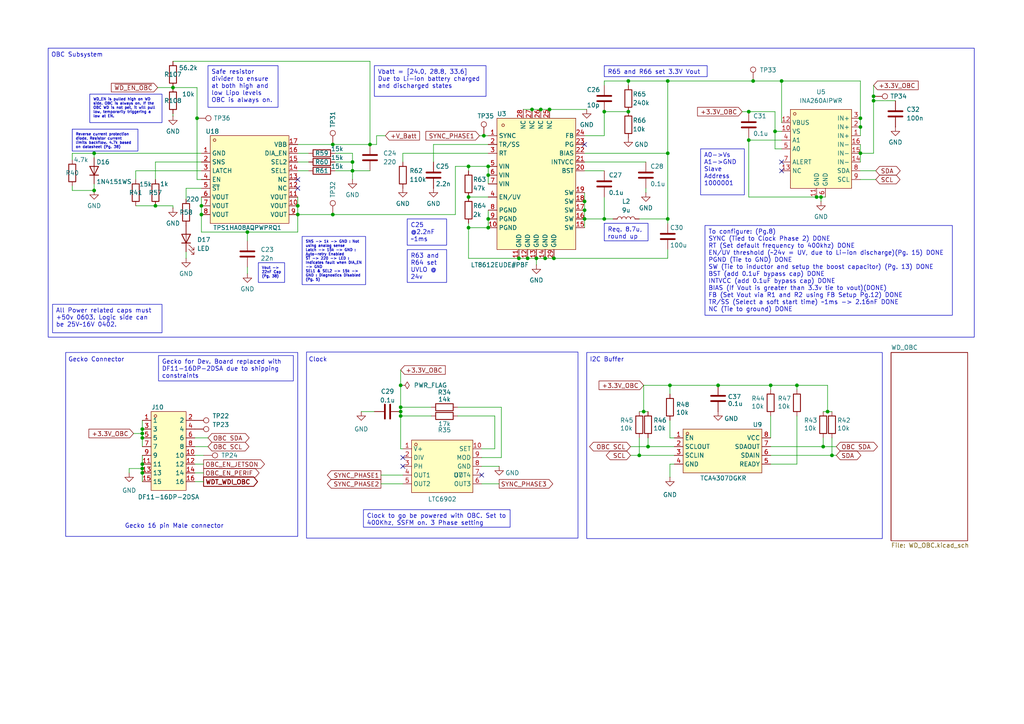
<source format=kicad_sch>
(kicad_sch (version 20250114) (generator "eeschema") (generator_version "9.0")
  (paper "A4")
  (lib_symbols
    (symbol "Connector:TestPoint" (pin_numbers (hide yes)) (pin_names (offset 0.762) (hide yes))
      (property "Reference" "TP" (at 0 6.858 0))
      (property "Value" "TestPoint" (at 0 5.08 0))
      (symbol "TestPoint_0_1"
        (circle (center 0 3.302) (radius 0.762))
      )
      (symbol "TestPoint_1_1"
        (pin passive line (at 0 0 90) (length 2.54) (name "1") (number "1"))
      )
    )
    (symbol "Device:C" (pin_numbers (hide yes)) (pin_names (offset 0.254))
      (property "Reference" "C" (at 0.635 2.54 0))
      (property "Value" "C" (at 0.635 -2.54 0))
      (symbol "C_0_1"
        (polyline (pts (xy -2.032 0.762) (xy 2.032 0.762)) (stroke (width 0.508)))
        (polyline (pts (xy -2.032 -0.762) (xy 2.032 -0.762)) (stroke (width 0.508)))
      )
      (symbol "C_1_1"
        (pin passive line (at 0 3.81 270) (length 2.794) (name "~") (number "1"))
        (pin passive line (at 0 -3.81 90) (length 2.794) (name "~") (number "2"))
      )
    )
    (symbol "Device:L" (pin_numbers (hide yes)) (pin_names (offset 1.016) (hide yes))
      (property "Reference" "L" (at -1.27 0 90))
      (property "Value" "L" (at 1.905 0 90))
      (symbol "L_0_1"
        (arc (start 0 2.54) (mid 0.6323 1.905) (end 0 1.27))
        (arc (start 0 1.27) (mid 0.6323 0.635) (end 0 0))
        (arc (start 0 0) (mid 0.6323 -0.635) (end 0 -1.27))
        (arc (start 0 -1.27) (mid 0.6323 -1.905) (end 0 -2.54))
      )
      (symbol "L_1_1"
        (pin passive line (at 0 3.81 270) (length 1.27) (name "1") (number "1"))
        (pin passive line (at 0 -3.81 90) (length 1.27) (name "2") (number "2"))
      )
    )
    (symbol "Device:LED" (pin_numbers (hide yes)) (pin_names (offset 1.016) (hide yes))
      (property "Reference" "D" (at 0 2.54 0))
      (property "Value" "LED" (at 0 -2.54 0))
      (symbol "LED_0_1"
        (polyline (pts (xy -3.048 -0.762) (xy -4.572 -2.286) (xy -3.81 -2.286) (xy -4.572 -2.286) (xy -4.572 -1.524)))
        (polyline (pts (xy -1.778 -0.762) (xy -3.302 -2.286) (xy -2.54 -2.286) (xy -3.302 -2.286) (xy -3.302 -1.524)))
        (polyline (pts (xy -1.27 0) (xy 1.27 0)))
        (polyline (pts (xy -1.27 -1.27) (xy -1.27 1.27)) (stroke (width 0.254)))
        (polyline (pts (xy 1.27 -1.27) (xy 1.27 1.27) (xy -1.27 0) (xy 1.27 -1.27)) (stroke (width 0.254)))
      )
      (symbol "LED_1_1"
        (pin passive line (at -3.81 0 0) (length 2.54) (name "K") (number "1"))
        (pin passive line (at 3.81 0 180) (length 2.54) (name "A") (number "2"))
      )
    )
    (symbol "Device:R" (pin_numbers (hide yes)) (pin_names (offset 0))
      (property "Reference" "R" (at 2.032 0 90))
      (property "Value" "R" (at 0 0 90))
      (symbol "R_0_1"
        (rectangle (start -1.016 -2.54) (end 1.016 2.54) (stroke (width 0.254)))
      )
      (symbol "R_1_1"
        (pin passive line (at 0 3.81 270) (length 1.27) (name "~") (number "1"))
        (pin passive line (at 0 -3.81 90) (length 1.27) (name "~") (number "2"))
      )
    )
    (symbol "EPS:1N4151WS" (pin_numbers (hide yes)) (pin_names (offset 1.016) (hide yes))
      (property "Reference" "D" (at 0 2.54 0))
      (property "Value" "1N4151WS" (at 0 -2.54 0))
      (symbol "1N4151WS_0_1"
        (polyline (pts (xy -1.27 1.27) (xy -1.27 -1.27)) (stroke (width 0.254)))
        (polyline (pts (xy 1.27 1.27) (xy 1.27 -1.27) (xy -1.27 0) (xy 1.27 1.27)) (stroke (width 0.254)))
        (polyline (pts (xy 1.27 0) (xy -1.27 0)))
      )
      (symbol "1N4151WS_1_1"
        (pin passive line (at -3.81 0 0) (length 2.54) (name "K") (number "1"))
        (pin passive line (at 3.81 0 180) (length 2.54) (name "A") (number "2"))
      )
    )
    (symbol "EPS:DF11-16DP-2DSA(08)"
      (property "Reference" "CN" (at 0 13.97 0))
      (property "Value" "DF11-16DP-2DSA(08)" (at 0 -13.97 0))
      (symbol "DF11-16DP-2DSA(08)_0_1"
        (rectangle (start -5.08 11.43) (end 5.08 -11.43) (fill (type background)))
        (circle (center -3.81 10.16) (radius 0.38))
        (pin unspecified line (at -7.62 8.89 0) (length 2.54) (name "1") (number "1"))
        (pin unspecified line (at -7.62 6.35 0) (length 2.54) (name "3") (number "3"))
        (pin unspecified line (at -7.62 3.81 0) (length 2.54) (name "5") (number "5"))
        (pin unspecified line (at -7.62 1.27 0) (length 2.54) (name "7") (number "7"))
        (pin unspecified line (at -7.62 -1.27 0) (length 2.54) (name "9") (number "9"))
        (pin unspecified line (at -7.62 -3.81 0) (length 2.54) (name "11") (number "11"))
        (pin unspecified line (at -7.62 -6.35 0) (length 2.54) (name "13") (number "13"))
        (pin unspecified line (at -7.62 -8.89 0) (length 2.54) (name "15") (number "15"))
        (pin unspecified line (at 7.62 8.89 180) (length 2.54) (name "2") (number "2"))
        (pin unspecified line (at 7.62 6.35 180) (length 2.54) (name "4") (number "4"))
        (pin unspecified line (at 7.62 3.81 180) (length 2.54) (name "6") (number "6"))
        (pin unspecified line (at 7.62 1.27 180) (length 2.54) (name "8") (number "8"))
        (pin unspecified line (at 7.62 -1.27 180) (length 2.54) (name "10") (number "10"))
        (pin unspecified line (at 7.62 -3.81 180) (length 2.54) (name "12") (number "12"))
        (pin unspecified line (at 7.62 -6.35 180) (length 2.54) (name "14") (number "14"))
        (pin unspecified line (at 7.62 -8.89 180) (length 2.54) (name "16") (number "16"))
      )
    )
    (symbol "EPS:INA260AIPWR"
      (property "Reference" "U" (at 0 13.97 0))
      (property "Value" "INA260AIPWR" (at 8.128 -12.954 0))
      (symbol "INA260AIPWR_0_1"
        (rectangle (start -8.89 11.43) (end 8.89 -11.43) (fill (type background)))
        (circle (center -7.62 10.16) (radius 0.38))
        (pin unspecified line (at -11.43 7.62 0) (length 2.54) (name "VBUS") (number "12"))
        (pin unspecified line (at -11.43 5.08 0) (length 2.54) (name "VS") (number "10"))
        (pin unspecified line (at -11.43 2.54 0) (length 2.54) (name "A1") (number "4"))
        (pin unspecified line (at -11.43 0 0) (length 2.54) (name "A0") (number "5"))
        (pin unspecified line (at -11.43 -3.81 0) (length 2.54) (name "ALERT") (number "7"))
        (pin unspecified line (at -11.43 -6.35 0) (length 2.54) (name "NC") (number "13"))
        (pin unspecified line (at -1.27 -13.97 90) (length 2.54) (name "GND") (number "11"))
        (pin unspecified line (at 1.27 -13.97 90) (length 2.54) (name "GND") (number "6"))
        (pin unspecified line (at 11.43 8.89 180) (length 2.54) (name "IN+") (number "3"))
        (pin unspecified line (at 11.43 6.35 180) (length 2.54) (name "IN+") (number "2"))
        (pin unspecified line (at 11.43 3.81 180) (length 2.54) (name "IN+") (number "1"))
        (pin unspecified line (at 11.43 1.27 180) (length 2.54) (name "IN-") (number "16"))
        (pin unspecified line (at 11.43 -1.27 180) (length 2.54) (name "IN-") (number "15"))
        (pin unspecified line (at 11.43 -3.81 180) (length 2.54) (name "IN-") (number "14"))
        (pin unspecified line (at 11.43 -6.35 180) (length 2.54) (name "SDA") (number "8"))
        (pin unspecified line (at 11.43 -8.89 180) (length 2.54) (name "SCL") (number "9"))
      )
    )
    (symbol "EPS:LT8612EUDE#PBF"
      (property "Reference" "U" (at -1.27 24.13 0))
      (property "Value" "LT8612EUDE#PBF" (at 0 -29.21 0))
      (symbol "LT8612EUDE#PBF_0_1"
        (rectangle (start -11.43 16.51) (end 11.43 -21.59) (fill (type background)))
        (circle (center -9.652 14.478) (radius 0.38))
        (pin unspecified line (at -13.97 11.43 0) (length 2.54) (name "SYNC") (number "1"))
        (pin unspecified line (at -13.97 8.89 0) (length 2.54) (name "TR/SS") (number "2"))
        (pin unspecified line (at -13.97 6.35 0) (length 2.54) (name "RT") (number "3"))
        (pin unspecified line (at -13.97 2.54 0) (length 2.54) (name "VIN") (number "5"))
        (pin unspecified line (at -13.97 0 0) (length 2.54) (name "VIN") (number "6"))
        (pin unspecified line (at -13.97 -2.54 0) (length 2.54) (name "VIN") (number "7"))
        (pin unspecified line (at -13.97 -6.35 0) (length 2.54) (name "EN/UV") (number "4"))
        (pin unspecified line (at -13.97 -10.16 0) (length 2.54) (name "PGND") (number "8"))
        (pin unspecified line (at -13.97 -12.7 0) (length 2.54) (name "PGND") (number "9"))
        (pin unspecified line (at -13.97 -15.24 0) (length 2.54) (name "PGND") (number "10"))
        (pin unspecified line (at -5.08 -24.13 90) (length 2.54) (name "GND") (number "11"))
        (pin unspecified line (at -3.81 19.05 270) (length 2.54) (name "NC") (number "28"))
        (pin unspecified line (at -2.54 -24.13 90) (length 2.54) (name "GND") (number "12"))
        (pin unspecified line (at -1.27 19.05 270) (length 2.54) (name "NC") (number "27"))
        (pin unspecified line (at 0 -24.13 90) (length 2.54) (name "GND") (number "13"))
        (pin unspecified line (at 1.27 19.05 270) (length 2.54) (name "NC") (number "26"))
        (pin unspecified line (at 2.54 -24.13 90) (length 2.54) (name "GND") (number "14"))
        (pin unspecified line (at 3.81 19.05 270) (length 2.54) (name "NC") (number "25"))
        (pin unspecified line (at 5.08 -24.13 90) (length 2.54) (name "GND") (number "29"))
        (pin unspecified line (at 13.97 11.43 180) (length 2.54) (name "FB") (number "24"))
        (pin unspecified line (at 13.97 8.89 180) (length 2.54) (name "PG") (number "23"))
        (pin unspecified line (at 13.97 6.35 180) (length 2.54) (name "BIAS") (number "22"))
        (pin unspecified line (at 13.97 3.81 180) (length 2.54) (name "INTVCC") (number "21"))
        (pin unspecified line (at 13.97 1.27 180) (length 2.54) (name "BST") (number "20"))
        (pin unspecified line (at 13.97 -5.08 180) (length 2.54) (name "SW") (number "19"))
        (pin unspecified line (at 13.97 -7.62 180) (length 2.54) (name "SW") (number "18"))
        (pin unspecified line (at 13.97 -10.16 180) (length 2.54) (name "SW") (number "17"))
        (pin unspecified line (at 13.97 -12.7 180) (length 2.54) (name "SW") (number "16"))
        (pin unspecified line (at 13.97 -15.24 180) (length 2.54) (name "SW") (number "15"))
      )
    )
    (symbol "EPS:LTC6902IMS#TRPBF"
      (property "Reference" "U" (at 0 10.16 0))
      (property "Value" "LTC6902IMS#TRPBF" (at 0 -10.16 0))
      (symbol "LTC6902IMS#TRPBF_0_1"
        (rectangle (start -8.89 7.62) (end 8.89 -7.62) (fill (type background)))
        (circle (center -7.62 6.35) (radius 0.38))
        (pin unspecified line (at -11.43 5.08 0) (length 2.54) (name "V+") (number "1"))
        (pin unspecified line (at -11.43 2.54 0) (length 2.54) (name "DIV") (number "2"))
        (pin unspecified line (at -11.43 0 0) (length 2.54) (name "PH") (number "3"))
        (pin unspecified line (at -11.43 -2.54 0) (length 2.54) (name "OUT1") (number "4"))
        (pin unspecified line (at -11.43 -5.08 0) (length 2.54) (name "OUT2") (number "5"))
        (pin unspecified line (at 11.43 5.08 180) (length 2.54) (name "SET") (number "10"))
        (pin unspecified line (at 11.43 2.54 180) (length 2.54) (name "MOD") (number "9"))
        (pin unspecified line (at 11.43 0 180) (length 2.54) (name "GND") (number "8"))
        (pin unspecified line (at 11.43 -2.54 180) (length 2.54) (name "OUT4") (number "7"))
        (pin unspecified line (at 11.43 -5.08 180) (length 2.54) (name "OUT3") (number "6"))
      )
    )
    (symbol "EPS:TCA4307DGKR"
      (property "Reference" "U" (at 0 8.89 0))
      (property "Value" "TCA4307DGKR" (at 0 -8.89 0))
      (symbol "TCA4307DGKR_0_1"
        (rectangle (start -11.43 6.35) (end 11.43 -6.35) (fill (type background)))
        (circle (center -10.16 5.08) (radius 0.38))
        (pin unspecified line (at -13.97 3.81 0) (length 2.54) (name "EN") (number "1"))
        (pin unspecified line (at -13.97 1.27 0) (length 2.54) (name "SCLOUT") (number "2"))
        (pin unspecified line (at -13.97 -1.27 0) (length 2.54) (name "SCLIN") (number "3"))
        (pin unspecified line (at -13.97 -3.81 0) (length 2.54) (name "GND") (number "4"))
        (pin unspecified line (at 13.97 3.81 180) (length 2.54) (name "VCC") (number "8"))
        (pin unspecified line (at 13.97 1.27 180) (length 2.54) (name "SDAOUT") (number "7"))
        (pin unspecified line (at 13.97 -1.27 180) (length 2.54) (name "SDAIN") (number "6"))
        (pin unspecified line (at 13.97 -3.81 180) (length 2.54) (name "READY") (number "5"))
      )
    )
    (symbol "EPS:TPS1HB08BQPWPRQ1"
      (property "Reference" "U" (at 0 15.24 0))
      (property "Value" "TPS1HB08BQPWPRQ1" (at 0 -15.24 0))
      (symbol "TPS1HB08BQPWPRQ1_0_1"
        (rectangle (start -11.43 12.7) (end 11.43 -12.7) (fill (type background)))
        (circle (center -10.16 11.43) (radius 0.38))
        (pin unspecified line (at -13.97 7.62 0) (length 2.54) (name "GND") (number "1"))
        (pin unspecified line (at -13.97 5.08 0) (length 2.54) (name "SNS") (number "2"))
        (pin unspecified line (at -13.97 2.54 0) (length 2.54) (name "LATCH") (number "3"))
        (pin unspecified line (at -13.97 0 0) (length 2.54) (name "EN") (number "4"))
        (pin unspecified line (at -13.97 -5.08 0) (length 2.54) (name "VOUT") (number "6"))
        (pin unspecified line (at -13.97 -7.62 0) (length 2.54) (name "VOUT") (number "7"))
        (pin unspecified line (at -13.97 -10.16 0) (length 2.54) (name "VOUT") (number "8"))
        (pin unspecified line (at 13.97 10.16 180) (length 2.54) (name "VBB") (number "17"))
        (pin unspecified line (at 13.97 7.62 180) (length 2.54) (name "DIA_EN") (number "16"))
        (pin unspecified line (at 13.97 2.54 180) (length 2.54) (name "SEL1") (number "14"))
        (pin unspecified line (at 13.97 0 180) (length 2.54) (name "NC") (number "13"))
        (pin unspecified line (at 13.97 -2.54 180) (length 2.54) (name "NC") (number "12"))
        (pin unspecified line (at 13.97 -5.08 180) (length 2.54) (name "VOUT") (number "11"))
        (pin unspecified line (at 13.97 -7.62 180) (length 2.54) (name "VOUT") (number "10"))
        (pin unspecified line (at 13.97 -10.16 180) (length 2.54) (name "VOUT") (number "9"))
      )
      (symbol "TPS1HB08BQPWPRQ1_1_1"
        (pin unspecified line (at -13.97 -2.54 0) (length 2.54) (name "~{ST}") (number "5"))
        (pin unspecified line (at 13.97 5.08 180) (length 2.54) (name "SEL2") (number "15"))
      )
    )
    (symbol "power:GND" (power) (pin_numbers (hide yes)) (pin_names (offset 0) (hide yes))
      (property "Value" "GND" (at 0 -3.81 0))
      (symbol "GND_0_1"
        (polyline (pts (xy 0 0) (xy 0 -1.27) (xy 1.27 -1.27) (xy 0 -2.54) (xy -1.27 -1.27) (xy 0 -1.27)))
      )
      (symbol "GND_1_1"
        (pin power_in line (at 0 0 270) (length 0) (name "~") (number "1"))
      )
    )
    (symbol "power:PWR_FLAG" (power) (pin_numbers (hide yes)) (pin_names (offset 0) (hide yes))
      (property "Value" "PWR_FLAG" (at 0 3.81 0))
      (symbol "PWR_FLAG_0_0"
        (pin power_out line (at 0 0 90) (length 0) (name "~") (number "1"))
      )
      (symbol "PWR_FLAG_0_1"
        (polyline (pts (xy 0 0) (xy 0 1.27) (xy -1.016 1.905) (xy 0 2.54) (xy 1.016 1.905) (xy 0 1.27)))
      )
    )
  )
  (rectangle (start 13.97 13.97) (end 282.575 97.79))
  (rectangle (start 88.9 102.108) (end 167.64 156.083))
  (rectangle (start 170.18 102.235) (end 255.905 156.21))
  (rectangle (start 19.05 102.235) (end 86.36 155.575))
  (text "Clock\n" (at 92.202 104.394 0) (effects (font (size 1.27 1.27))))
  (text "OBC Subsystem" (at 22.352 16.002 0) (effects (font (size 1.27 1.27))))
  (text "I2C Buffer" (at 176.022 104.394 0) (effects (font (size 1.27 1.27))))
  (text "Gecko Connector" (at 27.94 104.394 0) (effects (font (size 1.27 1.27))))
  (text "Gecko 16 pin Male connector" (at 50.546 152.654 0) (effects (font (size 1.27 1.27))))
  (text_box "R65 and R66 set 3.3V Vout" (at 175.26 19.05 0) (size 29.845 3.175) (margins 0.9525 0.9525 0.9525 0.9525) (effects (font (size 1.27 1.27)) (justify left top)))
  (text_box "Req. 8.7u, round up" (at 175.26 64.77 0) (size 12.7 5.08) (margins 0.9525 0.9525 0.9525 0.9525) (effects (font (size 1.27 1.27)) (justify left top)))
  (text_box "Reverse current protection diode, Resistor current limits backflow. 4.7k based on datasheet (Pg. 38) " (at 20.955 37.465 0) (size 19.05 6.35) (margins 0.9525 0.9525 0.9525 0.9525) (effects (font (size 0.762 0.762)) (justify left top)))
  (text_box "A0->Vs\nA1->GND\nSlave Address\n1000001" (at 203.2 43.18 0) (size 12.7 13.335) (margins 0.9525 0.9525 0.9525 0.9525) (effects (font (size 1.27 1.27)) (justify left top)))
  (text_box "All Power related caps must +50v 0603. Logic side can be 25V~16V 0402." (at 15.24 88.265 0) (size 31.75 8.255) (margins 0.9525 0.9525 0.9525 0.9525) (effects (font (size 1.27 1.27)) (justify left top)))
  (text_box "To configure: (Pg.8)\nSYNC (Tied to Clock Phase 2) DONE\nRT (Set default frequency to 400khz) DONE\nEN/UV threshold (~24v = UV, due to Li-ion discharge)(Pg. 15) DONE\nPGND (Tie to GND) DONE\nSW (Tie to inductor and setup the boost capacitor) (Pg. 13) DONE\nBST (add 0.1uF bypass cap) DONE\nINTVCC (add 0.1uF bypass cap) DONE\nBIAS (If Vout is greater than 3.3v tie to vout)(DONE)\nFB (Set Vout via R1 and R2 using FB Setup Pg.12) DONE\nTR/SS (Select a soft start time) ~1ms -> 2.16nF DONE\nNC (Tie to ground) DONE" (at 204.47 65.405 0) (size 71.755 26.035) (margins 0.9525 0.9525 0.9525 0.9525) (effects (font (size 1.27 1.27)) (justify left top)))
  (text_box "Vbatt = [24.0, 28.8, 33.6] Due to Li-ion battery charged and discharged states" (at 108.585 19.05 0) (size 32.385 8.89) (margins 0.9525 0.9525 0.9525 0.9525) (effects (font (size 1.27 1.27)) (justify left top)))
  (text_box "Safe resistor divider to ensure at both high and low Lipo levels OBC is always on." (at 60.325 19.05 0) (size 20.32 12.065) (margins 0.9525 0.9525 0.9525 0.9525) (effects (font (size 1.27 1.27)) (justify left top)))
  (text_box "WD_EN is pulled high on WD side. OBC is always on. If the OBC WD is not pet, it will pull low, temporarily triggering a low at EN." (at 26.035 27.305 0) (size 20.955 8.255) (margins 0.9525 0.9525 0.9525 0.9525) (effects (font (size 0.762 0.762)) (justify left top)))
  (text_box "R63 and R64 set UVLO @ 24v" (at 118.11 72.39 0) (size 11.43 9.525) (margins 0.9525 0.9525 0.9525 0.9525) (effects (font (size 1.27 1.27)) (justify left top)))
  (text_box "Vout -> 22nF Cap\n(Pg. 38)" (at 74.93 76.2 0) (size 7.62 5.715) (margins 0.9525 0.9525 0.9525 0.9525) (effects (font (size 0.762 0.762)) (justify left top)))
  (text_box "C25 @2.2nF ~1ms" (at 118.11 63.5 0) (size 11.43 7.62) (margins 0.9525 0.9525 0.9525 0.9525) (effects (font (size 1.27 1.27)) (justify left top)))
  (text_box "Gecko for Dev. Board replaced with DF11-16DP-2DSA due to shipping constraints" (at 45.974 103.124 0) (size 39.116 7.366) (margins 0.9525 0.9525 0.9525 0.9525) (effects (font (size 1.27 1.27)) (justify left top)))
  (text_box "SNS -> 1k -> GND : Not using analog sense\nLatch -> 15k -> GND : Auto-retry Enabled\n~{ST} -> 220 -> LED : Indicates fault when DIA_EN -> GND\nSEL1 & SEL2 -> 15k -> GND : Diagnostics Disabled\n(Pg. 5)" (at 87.63 68.58 0) (size 18.415 13.97) (margins 0.9525 0.9525 0.9525 0.9525) (effects (font (size 0.762 0.762)) (justify left top)))
  (text_box "Clock to go be powered with OBC. Set to 400Khz, SSFM on. 3 Phase setting" (at 105.41 147.828 0) (size 42.545 5.08) (margins 0.9525 0.9525 0.9525 0.9525) (effects (font (size 1.27 1.27)) (justify left top)))
  (junction (at 182.245 23.495))
  (junction (at 226.695 23.495))
  (junction (at 141.605 50.8))
  (junction (at 41.275 124.46))
  (junction (at 249.555 44.45))
  (junction (at 193.675 44.45))
  (junction (at 71.755 67.31))
  (junction (at 135.89 48.26))
  (junction (at 27.305 55.245))
  (junction (at 150.495 74.93))
  (junction (at 155.575 74.93))
  (junction (at 193.675 23.495))
  (junction (at 102.235 49.53))
  (junction (at 45.085 59.69))
  (junction (at 236.855 57.15))
  (junction (at 41.275 125.73))
  (junction (at 160.655 74.93))
  (junction (at 224.79 38.1))
  (junction (at 208.28 111.76))
  (junction (at 116.205 119.38))
  (junction (at 217.17 32.385))
  (junction (at 187.96 129.54))
  (junction (at 57.15 34.29))
  (junction (at 27.305 44.45))
  (junction (at 240.03 119.38))
  (junction (at 58.42 62.23))
  (junction (at 41.275 134.62))
  (junction (at 86.36 62.23))
  (junction (at 102.235 46.99))
  (junction (at 182.245 32.385))
  (junction (at 169.545 60.96))
  (junction (at 140.335 39.37))
  (junction (at 231.14 111.76))
  (junction (at 107.315 41.91))
  (junction (at 175.26 32.385))
  (junction (at 185.42 132.08))
  (junction (at 50.165 25.4))
  (junction (at 41.275 127))
  (junction (at 153.035 74.93))
  (junction (at 141.605 48.26))
  (junction (at 41.275 135.89))
  (junction (at 253.365 27.94))
  (junction (at 169.545 63.5))
  (junction (at 218.44 23.495))
  (junction (at 223.52 111.76))
  (junction (at 217.17 40.64))
  (junction (at 175.26 63.5))
  (junction (at 156.845 31.75))
  (junction (at 249.555 36.83))
  (junction (at 135.89 66.04))
  (junction (at 116.205 120.65))
  (junction (at 241.3 132.08))
  (junction (at 238.125 57.15))
  (junction (at 86.36 59.69))
  (junction (at 41.275 137.16))
  (junction (at 96.52 41.91))
  (junction (at 154.305 31.75))
  (junction (at 169.545 58.42))
  (junction (at 141.605 66.04))
  (junction (at 135.89 57.15))
  (junction (at 238.76 129.54))
  (junction (at 116.205 111.76))
  (junction (at 158.115 74.93))
  (junction (at 253.365 29.21))
  (junction (at 141.605 63.5))
  (junction (at 116.205 118.11))
  (junction (at 249.555 34.29))
  (junction (at 193.675 63.5))
  (junction (at 96.52 62.23))
  (junction (at 194.31 111.76))
  (junction (at 58.42 59.69))
  (junction (at 186.69 119.38))
  (junction (at 159.385 31.75))
  (no_connect (at 226.695 49.53))
  (no_connect (at 139.7 137.795))
  (no_connect (at 86.36 52.07))
  (no_connect (at 169.545 41.91))
  (no_connect (at 116.84 132.715))
  (no_connect (at 226.695 46.99))
  (no_connect (at 116.84 135.255))
  (no_connect (at 86.36 54.61))
  (wire (pts (xy 217.17 40.64) (xy 217.17 57.15)))
  (wire (pts (xy 107.315 41.91) (xy 107.315 17.78)))
  (wire (pts (xy 224.79 38.1) (xy 226.695 38.1)))
  (wire (pts (xy 182.88 129.54) (xy 187.96 129.54)))
  (wire (pts (xy 154.305 31.75) (xy 156.845 31.75)))
  (wire (pts (xy 240.03 111.76) (xy 240.03 119.38)))
  (wire (pts (xy 249.555 49.53) (xy 254 49.53)))
  (wire (pts (xy 217.17 57.15) (xy 236.855 57.15)))
  (wire (pts (xy 50.165 59.69) (xy 50.165 60.325)))
  (wire (pts (xy 135.89 49.53) (xy 135.89 48.26)))
  (wire (pts (xy 169.545 55.88) (xy 169.545 58.42)))
  (wire (pts (xy 224.79 38.1) (xy 224.79 43.18)))
  (wire (pts (xy 140.335 39.37) (xy 141.605 39.37)))
  (wire (pts (xy 53.975 73.025) (xy 53.975 74.93)))
  (wire (pts (xy 169.545 44.45) (xy 193.675 44.45)))
  (wire (pts (xy 194.31 138.43) (xy 194.31 134.62)))
  (wire (pts (xy 86.36 49.53) (xy 89.535 49.53)))
  (wire (pts (xy 182.245 23.495) (xy 175.26 23.495)))
  (wire (pts (xy 253.365 29.21) (xy 253.365 44.45)))
  (wire (pts (xy 116.205 118.11) (xy 125.095 118.11)))
  (wire (pts (xy 249.555 41.91) (xy 249.555 44.45)))
  (wire (pts (xy 102.235 49.53) (xy 107.315 49.53)))
  (wire (pts (xy 236.855 57.15) (xy 238.125 57.15)))
  (wire (pts (xy 159.385 31.75) (xy 170.18 31.75)))
  (wire (pts (xy 41.275 134.62) (xy 41.275 135.89)))
  (wire (pts (xy 50.165 17.78) (xy 107.315 17.78)))
  (wire (pts (xy 160.655 74.93) (xy 193.675 74.93)))
  (wire (pts (xy 27.305 53.34) (xy 27.305 55.245)))
  (wire (pts (xy 186.69 119.38) (xy 187.96 119.38)))
  (wire (pts (xy 132.715 120.65) (xy 143.51 120.65)))
  (wire (pts (xy 143.51 130.175) (xy 139.7 130.175)))
  (wire (pts (xy 109.22 41.91) (xy 107.315 41.91)))
  (wire (pts (xy 144.78 135.255) (xy 139.7 135.255)))
  (wire (pts (xy 41.275 127) (xy 41.275 129.54)))
  (wire (pts (xy 116.205 120.65) (xy 116.205 119.38)))
  (wire (pts (xy 96.52 41.91) (xy 107.315 41.91)))
  (wire (pts (xy 224.79 43.18) (xy 226.695 43.18)))
  (wire (pts (xy 135.89 66.04) (xy 135.89 74.93)))
  (wire (pts (xy 39.37 59.69) (xy 45.085 59.69)))
  (wire (pts (xy 102.235 44.45) (xy 102.235 46.99)))
  (wire (pts (xy 141.605 50.8) (xy 141.605 53.34)))
  (wire (pts (xy 41.275 137.16) (xy 41.275 139.7)))
  (wire (pts (xy 253.365 44.45) (xy 249.555 44.45)))
  (wire (pts (xy 20.955 44.45) (xy 27.305 44.45)))
  (wire (pts (xy 37.465 135.89) (xy 41.275 135.89)))
  (wire (pts (xy 58.42 57.15) (xy 58.42 59.69)))
  (wire (pts (xy 20.955 55.245) (xy 27.305 55.245)))
  (wire (pts (xy 45.085 46.99) (xy 58.42 46.99)))
  (wire (pts (xy 182.245 23.495) (xy 182.245 24.765)))
  (wire (pts (xy 241.3 127) (xy 241.3 132.08)))
  (wire (pts (xy 194.31 111.76) (xy 208.28 111.76)))
  (wire (pts (xy 169.545 63.5) (xy 169.545 66.04)))
  (wire (pts (xy 253.365 29.21) (xy 259.715 29.21)))
  (wire (pts (xy 187.96 129.54) (xy 195.58 129.54)))
  (wire (pts (xy 56.515 137.16) (xy 59.055 137.16)))
  (wire (pts (xy 217.17 40.64) (xy 226.695 40.64)))
  (wire (pts (xy 58.42 49.53) (xy 39.37 49.53)))
  (wire (pts (xy 108.585 119.38) (xy 104.775 119.38)))
  (wire (pts (xy 226.695 35.56) (xy 226.695 23.495)))
  (wire (pts (xy 194.31 121.92) (xy 194.31 127)))
  (wire (pts (xy 238.76 127) (xy 238.76 129.54)))
  (wire (pts (xy 135.89 66.04) (xy 141.605 66.04)))
  (wire (pts (xy 50.165 33.02) (xy 50.165 33.655)))
  (wire (pts (xy 193.675 74.93) (xy 193.675 72.39)))
  (wire (pts (xy 57.15 52.07) (xy 57.15 34.29)))
  (wire (pts (xy 185.42 132.08) (xy 195.58 132.08)))
  (wire (pts (xy 194.31 111.76) (xy 194.31 114.3)))
  (wire (pts (xy 110.49 140.335) (xy 116.84 140.335)))
  (wire (pts (xy 175.26 63.5) (xy 177.8 63.5)))
  (wire (pts (xy 139.7 140.335) (xy 144.78 140.335)))
  (wire (pts (xy 96.52 62.23) (xy 132.08 62.23)))
  (wire (pts (xy 145.415 118.11) (xy 145.415 132.715)))
  (wire (pts (xy 71.755 67.31) (xy 71.755 69.85)))
  (wire (pts (xy 169.545 46.99) (xy 187.325 46.99)))
  (wire (pts (xy 223.52 113.03) (xy 223.52 111.76)))
  (wire (pts (xy 175.26 32.385) (xy 175.26 39.37)))
  (wire (pts (xy 39.37 49.53) (xy 39.37 52.07)))
  (wire (pts (xy 238.125 57.15) (xy 239.395 57.15)))
  (wire (pts (xy 193.675 23.495) (xy 193.675 44.45)))
  (wire (pts (xy 217.17 32.385) (xy 224.79 32.385)))
  (wire (pts (xy 194.31 134.62) (xy 195.58 134.62)))
  (wire (pts (xy 240.03 119.38) (xy 241.3 119.38)))
  (wire (pts (xy 97.155 46.99) (xy 102.235 46.99)))
  (wire (pts (xy 185.42 119.38) (xy 186.69 119.38)))
  (wire (pts (xy 27.305 44.45) (xy 58.42 44.45)))
  (wire (pts (xy 56.515 134.62) (xy 59.055 134.62)))
  (wire (pts (xy 56.515 139.7) (xy 59.055 139.7)))
  (wire (pts (xy 102.235 49.53) (xy 102.235 52.07)))
  (wire (pts (xy 195.58 127) (xy 194.31 127)))
  (wire (pts (xy 41.275 132.08) (xy 41.275 134.62)))
  (wire (pts (xy 109.22 39.37) (xy 111.76 39.37)))
  (wire (pts (xy 132.08 62.23) (xy 132.08 48.26)))
  (wire (pts (xy 116.205 111.76) (xy 116.205 118.11)))
  (wire (pts (xy 20.955 46.355) (xy 20.955 44.45)))
  (wire (pts (xy 240.03 119.38) (xy 238.76 119.38)))
  (wire (pts (xy 116.205 120.65) (xy 116.205 130.175)))
  (wire (pts (xy 226.695 23.495) (xy 249.555 23.495)))
  (wire (pts (xy 208.28 111.76) (xy 223.52 111.76)))
  (wire (pts (xy 45.085 59.69) (xy 50.165 59.69)))
  (wire (pts (xy 155.575 74.93) (xy 158.115 74.93)))
  (wire (pts (xy 135.89 48.26) (xy 141.605 48.26)))
  (wire (pts (xy 231.14 120.65) (xy 231.14 134.62)))
  (wire (pts (xy 139.065 39.37) (xy 140.335 39.37)))
  (wire (pts (xy 86.36 41.91) (xy 96.52 41.91)))
  (wire (pts (xy 215.265 32.385) (xy 217.17 32.385)))
  (wire (pts (xy 125.73 41.91) (xy 125.73 46.99)))
  (wire (pts (xy 187.325 54.61) (xy 187.325 55.88)))
  (wire (pts (xy 58.42 67.31) (xy 71.755 67.31)))
  (wire (pts (xy 135.89 64.77) (xy 135.89 66.04)))
  (wire (pts (xy 224.79 32.385) (xy 224.79 38.1)))
  (wire (pts (xy 153.035 74.93) (xy 155.575 74.93)))
  (wire (pts (xy 97.155 44.45) (xy 102.235 44.45)))
  (wire (pts (xy 135.89 57.15) (xy 141.605 57.15)))
  (wire (pts (xy 175.26 63.5) (xy 175.26 57.15)))
  (wire (pts (xy 45.72 25.4) (xy 50.165 25.4)))
  (wire (pts (xy 56.515 127) (xy 60.325 127)))
  (wire (pts (xy 223.52 134.62) (xy 231.14 134.62)))
  (wire (pts (xy 169.545 63.5) (xy 175.26 63.5)))
  (wire (pts (xy 132.08 48.26) (xy 135.89 48.26)))
  (wire (pts (xy 41.275 125.73) (xy 41.275 127)))
  (wire (pts (xy 253.365 24.765) (xy 253.365 27.94)))
  (wire (pts (xy 175.26 39.37) (xy 169.545 39.37)))
  (wire (pts (xy 193.675 44.45) (xy 193.675 63.5)))
  (wire (pts (xy 223.52 111.76) (xy 231.14 111.76)))
  (wire (pts (xy 97.155 49.53) (xy 102.235 49.53)))
  (wire (pts (xy 41.275 124.46) (xy 41.275 125.73)))
  (wire (pts (xy 151.765 31.75) (xy 154.305 31.75)))
  (wire (pts (xy 249.555 52.07) (xy 254 52.07)))
  (wire (pts (xy 223.52 132.08) (xy 241.3 132.08)))
  (wire (pts (xy 141.605 60.96) (xy 141.605 63.5)))
  (wire (pts (xy 182.88 132.08) (xy 185.42 132.08)))
  (wire (pts (xy 185.42 63.5) (xy 193.675 63.5)))
  (wire (pts (xy 223.52 120.65) (xy 223.52 127)))
  (wire (pts (xy 132.715 118.11) (xy 145.415 118.11)))
  (wire (pts (xy 249.555 23.495) (xy 249.555 34.29)))
  (wire (pts (xy 58.42 62.23) (xy 58.42 67.31)))
  (wire (pts (xy 86.36 46.99) (xy 89.535 46.99)))
  (wire (pts (xy 27.305 44.45) (xy 27.305 45.72)))
  (wire (pts (xy 155.575 74.93) (xy 155.575 76.835)))
  (wire (pts (xy 231.14 111.76) (xy 240.03 111.76)))
  (wire (pts (xy 218.44 23.495) (xy 226.695 23.495)))
  (wire (pts (xy 45.085 46.99) (xy 45.085 52.07)))
  (wire (pts (xy 145.415 132.715) (xy 139.7 132.715)))
  (wire (pts (xy 156.845 31.75) (xy 159.385 31.75)))
  (wire (pts (xy 185.42 127) (xy 185.42 132.08)))
  (wire (pts (xy 253.365 27.94) (xy 253.365 29.21)))
  (wire (pts (xy 182.245 32.385) (xy 175.26 32.385)))
  (wire (pts (xy 56.515 129.54) (xy 60.325 129.54)))
  (wire (pts (xy 110.49 137.795) (xy 116.84 137.795)))
  (wire (pts (xy 38.735 125.73) (xy 41.275 125.73)))
  (wire (pts (xy 241.3 132.08) (xy 242.57 132.08)))
  (wire (pts (xy 56.515 132.08) (xy 59.055 132.08)))
  (wire (pts (xy 249.555 34.29) (xy 249.555 36.83)))
  (wire (pts (xy 238.125 57.15) (xy 238.125 58.42)))
  (wire (pts (xy 53.975 57.785) (xy 53.975 54.61)))
  (wire (pts (xy 50.165 25.4) (xy 57.15 25.4)))
  (wire (pts (xy 223.52 129.54) (xy 238.76 129.54)))
  (wire (pts (xy 169.545 58.42) (xy 169.545 60.96)))
  (wire (pts (xy 175.26 23.495) (xy 175.26 24.765)))
  (wire (pts (xy 169.545 49.53) (xy 175.26 49.53)))
  (wire (pts (xy 135.89 74.93) (xy 150.495 74.93)))
  (wire (pts (xy 186.69 111.76) (xy 194.31 111.76)))
  (wire (pts (xy 86.36 44.45) (xy 89.535 44.45)))
  (wire (pts (xy 109.22 39.37) (xy 109.22 41.91)))
  (wire (pts (xy 231.14 111.76) (xy 231.14 113.03)))
  (wire (pts (xy 187.96 127) (xy 187.96 129.54)))
  (wire (pts (xy 186.69 111.76) (xy 186.69 119.38)))
  (wire (pts (xy 158.115 74.93) (xy 160.655 74.93)))
  (wire (pts (xy 86.36 59.69) (xy 86.36 62.23)))
  (wire (pts (xy 20.955 53.975) (xy 20.955 55.245)))
  (wire (pts (xy 125.095 120.65) (xy 116.205 120.65)))
  (wire (pts (xy 141.605 41.91) (xy 125.73 41.91)))
  (wire (pts (xy 217.17 40.005) (xy 217.17 40.64)))
  (wire (pts (xy 37.465 137.16) (xy 37.465 135.89)))
  (wire (pts (xy 150.495 74.93) (xy 153.035 74.93)))
  (wire (pts (xy 116.205 130.175) (xy 116.84 130.175)))
  (wire (pts (xy 169.545 60.96) (xy 169.545 63.5)))
  (wire (pts (xy 193.675 23.495) (xy 218.44 23.495)))
  (wire (pts (xy 116.205 119.38) (xy 116.205 118.11)))
  (wire (pts (xy 238.76 129.54) (xy 242.57 129.54)))
  (wire (pts (xy 141.605 63.5) (xy 141.605 66.04)))
  (wire (pts (xy 41.275 121.92) (xy 41.275 124.46)))
  (wire (pts (xy 249.555 44.45) (xy 249.555 46.99)))
  (wire (pts (xy 116.84 44.45) (xy 141.605 44.45)))
  (wire (pts (xy 58.42 52.07) (xy 57.15 52.07)))
  (wire (pts (xy 53.975 54.61) (xy 58.42 54.61)))
  (wire (pts (xy 57.15 34.29) (xy 57.15 25.4)))
  (wire (pts (xy 249.555 36.83) (xy 249.555 39.37)))
  (wire (pts (xy 193.675 63.5) (xy 193.675 64.77)))
  (wire (pts (xy 58.42 59.69) (xy 58.42 62.23)))
  (wire (pts (xy 102.235 46.99) (xy 102.235 49.53)))
  (wire (pts (xy 193.675 23.495) (xy 182.245 23.495)))
  (wire (pts (xy 86.36 62.23) (xy 96.52 62.23)))
  (wire (pts (xy 86.36 57.15) (xy 86.36 59.69)))
  (wire (pts (xy 116.84 44.45) (xy 116.84 46.99)))
  (wire (pts (xy 71.755 77.47) (xy 71.755 79.375)))
  (wire (pts (xy 71.755 67.31) (xy 86.36 67.31)))
  (wire (pts (xy 86.36 67.31) (xy 86.36 62.23)))
  (wire (pts (xy 143.51 120.65) (xy 143.51 130.175)))
  (wire (pts (xy 141.605 48.26) (xy 141.605 50.8)))
  (wire (pts (xy 41.275 135.89) (xy 41.275 137.16)))
  (wire (pts (xy 116.205 107.315) (xy 116.205 111.76)))
  (global_label "SYNC_PHASE1" (shape input) (at 139.065 39.37 180) (property "Intersheetrefs" "${INTERSHEET_REFS}" (effects (hide yes))))
  (global_label "SCL" (shape bidirectional) (at 182.88 132.08 180) (property "Intersheetrefs" "${INTERSHEET_REFS}" (effects (hide yes))))
  (global_label "SYNC_PHASE1" (shape output) (at 110.49 137.795 180) (property "Intersheetrefs" "${INTERSHEET_REFS}" (effects (hide yes))))
  (global_label "+V_Batt" (shape input) (at 111.76 39.37 0) (property "Intersheetrefs" "${INTERSHEET_REFS}" (effects (hide yes))))
  (global_label "+3.3V_OBC" (shape input) (at 38.735 125.73 180) (property "Intersheetrefs" "${INTERSHEET_REFS}" (effects (hide yes))))
  (global_label "OBC_EN_JETSON" (shape output) (at 59.055 134.62 0) (property "Intersheetrefs" "${INTERSHEET_REFS}" (effects (hide yes))))
  (global_label "WDT_WDI_OBC" (shape output) (at 59.055 139.7 0) (effects (font (thickness 0.254) (bold yes))) (property "Intersheetrefs" "${INTERSHEET_REFS}" (effects (hide yes))))
  (global_label "SDA" (shape bidirectional) (at 242.57 132.08 0) (property "Intersheetrefs" "${INTERSHEET_REFS}" (effects (hide yes))))
  (global_label "+3.3V_OBC" (shape input) (at 253.365 24.765 0) (property "Intersheetrefs" "${INTERSHEET_REFS}" (effects (hide yes))))
  (global_label "OBC SCL" (shape bidirectional) (at 182.88 129.54 180) (property "Intersheetrefs" "${INTERSHEET_REFS}" (effects (hide yes))))
  (global_label "+3.3V_OBC" (shape input) (at 116.205 107.315 0) (property "Intersheetrefs" "${INTERSHEET_REFS}" (effects (hide yes))))
  (global_label "SYNC_PHASE2" (shape output) (at 110.49 140.335 180) (property "Intersheetrefs" "${INTERSHEET_REFS}" (effects (hide yes))))
  (global_label "+3.3V_OBC" (shape input) (at 186.69 111.76 180) (property "Intersheetrefs" "${INTERSHEET_REFS}" (effects (hide yes))))
  (global_label "+3.3V_OBC" (shape input) (at 215.265 32.385 180) (property "Intersheetrefs" "${INTERSHEET_REFS}" (effects (hide yes))))
  (global_label "~{WD_EN_OBC}" (shape input) (at 45.72 25.4 180) (property "Intersheetrefs" "${INTERSHEET_REFS}" (effects (hide yes))))
  (global_label "SYNC_PHASE3" (shape output) (at 144.78 140.335 0) (property "Intersheetrefs" "${INTERSHEET_REFS}" (effects (hide yes))))
  (global_label "OBC_EN_PERIF" (shape output) (at 59.055 137.16 0) (property "Intersheetrefs" "${INTERSHEET_REFS}" (effects (hide yes))))
  (global_label "OBC SDA" (shape bidirectional) (at 60.325 127 0) (property "Intersheetrefs" "${INTERSHEET_REFS}" (effects (hide yes))))
  (global_label "SDA" (shape bidirectional) (at 254 49.53 0) (property "Intersheetrefs" "${INTERSHEET_REFS}" (effects (hide yes))))
  (global_label "OBC SDA" (shape bidirectional) (at 242.57 129.54 0) (property "Intersheetrefs" "${INTERSHEET_REFS}" (effects (hide yes))))
  (global_label "SCL" (shape bidirectional) (at 254 52.07 0) (property "Intersheetrefs" "${INTERSHEET_REFS}" (effects (hide yes))))
  (global_label "OBC SCL" (shape bidirectional) (at 60.325 129.54 0) (property "Intersheetrefs" "${INTERSHEET_REFS}" (effects (hide yes))))
  (symbol (lib_id "Device:R") (at 187.96 123.19 0) (unit 1)
    (property "Reference" "R46" (at 189.484 121.92 0) (effects (justify left)))
    (property "Value" "10k" (at 189.484 124.206 0) (effects (justify left)))
    (property "Footprint" "Resistor_SMD:R_0603_1608Metric" (effects (hide yes)))
    (property "Description" "Resistor" (effects (hide yes)))
  )
  (symbol (lib_id "EPS:1N4151WS") (at 27.305 49.53 90) (unit 1)
    (property "Reference" "D16" (at 27.94 46.99 90) (effects (justify right)))
    (property "Value" "1N4151WS" (at 27.94 52.705 90) (effects (justify right)))
    (property "Datasheet" "https://www.vishay.com/docs/85412/1n4151wsg.pdf" (effects (hide yes)))
    (property "Description" "Diode" (effects (hide yes)))
    (property "Sim.Device" "D" (effects (hide yes)))
    (property "Sim.Pins" "1=K 2=A" (effects (hide yes)))
  )
  (symbol (lib_id "Device:R") (at 135.89 53.34 0) (unit 1)
    (property "Reference" "R63" (at 137.16 52.07 0) (effects (justify left)))
    (property "Value" "47k" (at 137.16 54.61 0) (effects (justify left)))
    (property "Description" "Resistor" (effects (hide yes)))
  )
  (symbol (lib_id "Connector:TestPoint") (at 56.515 121.92 270) (unit 1)
    (property "Reference" "TP22" (at 61.595 120.6499 90) (effects (justify left)))
    (property "Value" "TestPoint" (effects (hide yes)))
    (property "Description" "test point" (effects (hide yes)))
  )
  (symbol (lib_id "Device:R") (at 135.89 60.96 0) (unit 1)
    (property "Reference" "R64" (at 137.16 59.69 0) (effects (justify left)))
    (property "Value" "2k" (at 137.16 62.23 0) (effects (justify left)))
    (property "Description" "Resistor" (effects (hide yes)))
  )
  (symbol (lib_id "Device:R") (at 20.955 50.165 180) (unit 1)
    (property "Reference" "R40" (at 20.955 50.165 0))
    (property "Value" "4.7k" (at 23.495 46.355 0))
    (property "Description" "Resistor" (effects (hide yes)))
  )
  (symbol (lib_id "power:GND") (at 182.245 40.005 0) (unit 1)
    (property "Reference" "#PWR052" (effects (hide yes)))
    (property "Value" "GND" (at 186.055 41.91 0))
    (property "Description" "Power symbol creates a global label with name \"GND\" , ground" (effects (hide yes)))
  )
  (symbol (lib_id "EPS:TCA4307DGKR") (at 209.55 130.81 0) (unit 1)
    (property "Reference" "U9" (at 219.71 123.19 0))
    (property "Value" "TCA4307DGKR" (at 209.804 138.684 0))
    (property "Footprint" "EPS:VSSOP-8_L3.0-W3.0-P0.65-LS4.9-BL" (effects (hide yes)))
    (property "Datasheet" "https://www.ti.com/general/docs/suppproductinfo.tsp?distId=10&gotoUrl=https%3A%2F%2Fwww.ti.com%2Flit%2Fgpn%2Ftca4307" (effects (hide yes)))
    (property "Description" "I2C Buffer" (effects (hide yes)))
    (property "LCSC Part" "C880333" (effects (hide yes)))
  )
  (symbol (lib_id "power:GND") (at 116.84 54.61 0) (unit 1)
    (property "Reference" "#PWR047" (effects (hide yes)))
    (property "Value" "GND" (at 116.84 59.055 0))
    (property "Description" "Power symbol creates a global label with name \"GND\" , ground" (effects (hide yes)))
  )
  (symbol (lib_id "Device:C") (at 71.755 73.66 0) (unit 1)
    (property "Reference" "C23" (at 75.565 72.3899 0) (effects (justify left)))
    (property "Value" "22n" (at 75.565 74.9299 0) (effects (justify left)))
    (property "Description" "Unpolarized capacitor" (effects (hide yes)))
  )
  (symbol (lib_id "Device:R") (at 93.345 44.45 90) (unit 1)
    (property "Reference" "R59" (at 93.345 44.45 90))
    (property "Value" "15k" (at 97.79 43.18 90))
    (property "Description" "Resistor" (effects (hide yes)))
  )
  (symbol (lib_id "Device:R") (at 182.245 36.195 0) (unit 1)
    (property "Reference" "R66" (at 183.515 34.925 0) (effects (justify left)))
    (property "Value" "10k" (at 183.515 37.465 0) (effects (justify left)))
    (property "Description" "Resistor" (effects (hide yes)))
  )
  (symbol (lib_id "Connector:TestPoint") (at 253.365 27.94 270) (unit 1)
    (property "Reference" "TP34" (at 258.191 27.94 90) (effects (justify left)))
    (property "Value" "TestPoint" (effects (hide yes)))
    (property "Footprint" "TestPoint:TestPoint_Pad_1.0x1.0mm" (effects (hide yes)))
    (property "Description" "test point" (effects (hide yes)))
  )
  (symbol (lib_id "power:GND") (at 102.235 52.07 0) (unit 1)
    (property "Reference" "#PWR046" (effects (hide yes)))
    (property "Value" "GND" (at 102.235 56.515 0))
    (property "Description" "Power symbol creates a global label with name \"GND\" , ground" (effects (hide yes)))
  )
  (symbol (lib_id "Connector:TestPoint") (at 96.52 41.91 0) (unit 1)
    (property "Reference" "TP31" (at 96.52 37.084 90) (effects (justify left)))
    (property "Value" "TestPoint" (effects (hide yes)))
    (property "Footprint" "TestPoint:TestPoint_Pad_1.0x1.0mm" (effects (hide yes)))
    (property "Description" "test point" (effects (hide yes)))
  )
  (symbol (lib_id "EPS:TPS1HB08BQPWPRQ1") (at 72.39 52.07 0) (unit 1)
    (property "Reference" "U18" (at 61.595 38.1 0))
    (property "Value" "TPS1HA08AQPWPRQ1" (at 71.755 66.04 0))
    (property "Footprint" "EPS:HTSSOP-16_L5.0-W4.4-P0.65-LS6.4-TL-EP2.9" (effects (hide yes)))
    (property "Datasheet" "https://www.ti.com/lit/ds/symlink/tps1ha08-q1.pdf?ts=1748448912035&ref_url=https%253A%252F%252Fwww.ti.com%252Fproduct%252FTPS1HA08-Q1" (effects (hide yes)))
    (property "Description" "40-V, 8-mΩ Single-Channel Smart High-Side Switch" (effects (hide yes)))
    (property "LCSC Part" "C3230075" (effects (hide yes)))
  )
  (symbol (lib_id "power:GND") (at 27.305 55.245 0) (unit 1)
    (property "Reference" "#PWR040" (effects (hide yes)))
    (property "Value" "GND" (at 27.305 59.69 0))
    (property "Description" "Power symbol creates a global label with name \"GND\" , ground" (effects (hide yes)))
  )
  (symbol (lib_id "power:GND") (at 125.73 54.61 0) (unit 1)
    (property "Reference" "#PWR048" (effects (hide yes)))
    (property "Value" "GND" (at 125.73 59.055 0))
    (property "Description" "Power symbol creates a global label with name \"GND\" , ground" (effects (hide yes)))
  )
  (symbol (lib_id "Device:R") (at 185.42 123.19 0) (unit 1)
    (property "Reference" "R45" (at 179.832 121.92 0) (effects (justify left)))
    (property "Value" "10k" (at 179.832 124.206 0) (effects (justify left)))
    (property "Footprint" "Resistor_SMD:R_0603_1608Metric" (effects (hide yes)))
    (property "Description" "Resistor" (effects (hide yes)))
  )
  (symbol (lib_id "Device:R") (at 241.3 123.19 0) (unit 1)
    (property "Reference" "R42" (at 242.824 121.92 0) (effects (justify left)))
    (property "Value" "10k" (at 242.824 124.206 0) (effects (justify left)))
    (property "Footprint" "Resistor_SMD:R_0603_1608Metric" (effects (hide yes)))
    (property "Description" "Resistor" (effects (hide yes)))
  )
  (symbol (lib_id "Device:C") (at 112.395 119.38 90) (unit 1)
    (property "Reference" "C29" (at 112.395 113.538 90))
    (property "Value" "0.1u" (at 112.395 116.078 90))
    (property "Footprint" "Capacitor_SMD:C_1210_3225Metric" (effects (hide yes)))
    (property "Description" "Unpolarized capacitor" (effects (hide yes)))
    (property "LCSC" "C436244" (effects (hide yes)))
  )
  (symbol (lib_id "power:GND") (at 238.125 58.42 0) (unit 1)
    (property "Reference" "#PWR054" (effects (hide yes)))
    (property "Value" "GND" (at 238.125 62.865 0))
    (property "Description" "Power symbol creates a global label with name \"GND\" , ground" (effects (hide yes)))
  )
  (symbol (lib_id "Device:R") (at 182.245 28.575 0) (unit 1)
    (property "Reference" "R65" (at 183.515 27.305 0) (effects (justify left)))
    (property "Value" "240k" (at 183.515 29.845 0) (effects (justify left)))
    (property "Description" "Resistor" (effects (hide yes)))
  )
  (symbol (lib_id "power:GND") (at 50.165 60.325 0) (unit 1)
    (property "Reference" "#PWR042" (effects (hide yes)))
    (property "Value" "GND" (at 50.165 64.77 0))
    (property "Description" "Power symbol creates a global label with name \"GND\" , ground" (effects (hide yes)))
  )
  (symbol (lib_id "Connector:TestPoint") (at 140.335 39.37 0) (unit 1)
    (property "Reference" "TP35" (at 138.43 33.655 0) (effects (justify left)))
    (property "Value" "TestPoint" (effects (hide yes)))
    (property "Footprint" "TestPoint:TestPoint_Pad_1.0x1.0mm" (effects (hide yes)))
    (property "Description" "test point" (effects (hide yes)))
  )
  (symbol (lib_id "Device:R") (at 93.345 49.53 90) (unit 1)
    (property "Reference" "R61" (at 93.345 49.53 90))
    (property "Value" "15k" (at 97.79 48.26 90))
    (property "Description" "Resistor" (effects (hide yes)))
  )
  (symbol (lib_id "power:GND") (at 155.575 76.835 0) (unit 1)
    (property "Reference" "#PWR049" (effects (hide yes)))
    (property "Value" "GND" (at 155.575 81.28 0))
    (property "Description" "Power symbol creates a global label with name \"GND\" , ground" (effects (hide yes)))
  )
  (symbol (lib_id "power:GND") (at 37.465 137.16 0) (unit 1)
    (property "Reference" "#PWR030" (effects (hide yes)))
    (property "Value" "GND" (at 37.465 142.24 0))
    (property "Description" "Power symbol creates a global label with name \"GND\" , ground" (effects (hide yes)))
  )
  (symbol (lib_id "Device:R") (at 50.165 21.59 180) (unit 1)
    (property "Reference" "R107" (at 50.165 21.59 0))
    (property "Value" "56.2k" (at 54.61 19.685 0))
    (property "Description" "Resistor" (effects (hide yes)))
  )
  (symbol (lib_id "Connector:TestPoint") (at 57.15 34.29 270) (unit 1)
    (property "Reference" "TP36" (at 61.976 34.29 90) (effects (justify left)))
    (property "Value" "TestPoint" (effects (hide yes)))
    (property "Footprint" "TestPoint:TestPoint_Pad_1.0x1.0mm" (effects (hide yes)))
    (property "Description" "test point" (effects (hide yes)))
  )
  (symbol (lib_id "Device:R") (at 93.345 46.99 90) (unit 1)
    (property "Reference" "R60" (at 93.345 46.99 90))
    (property "Value" "15k" (at 97.79 45.72 90))
    (property "Description" "Resistor" (effects (hide yes)))
  )
  (symbol (lib_id "Connector:TestPoint") (at 218.44 23.495 0) (unit 1)
    (property "Reference" "TP33" (at 220.345 20.32 0) (effects (justify left)))
    (property "Value" "TestPoint" (effects (hide yes)))
    (property "Footprint" "TestPoint:TestPoint_Pad_1.0x1.0mm" (effects (hide yes)))
    (property "Description" "test point" (effects (hide yes)))
  )
  (symbol (lib_id "Connector:TestPoint") (at 56.515 124.46 270) (unit 1)
    (property "Reference" "TP23" (at 61.595 123.1899 90) (effects (justify left)))
    (property "Value" "TestPoint" (effects (hide yes)))
    (property "Description" "test point" (effects (hide yes)))
  )
  (symbol (lib_id "Device:C") (at 175.26 53.34 0) (unit 1)
    (property "Reference" "C27" (at 176.53 50.8 0) (effects (justify left)))
    (property "Value" "0.1u" (at 176.53 55.88 0) (effects (justify left)))
    (property "Description" "Unpolarized capacitor" (effects (hide yes)))
  )
  (symbol (lib_id "power:GND") (at 194.31 138.43 0) (unit 1)
    (property "Reference" "#PWR028" (effects (hide yes)))
    (property "Value" "GND" (at 194.31 143.51 0))
    (property "Description" "Power symbol creates a global label with name \"GND\" , ground" (effects (hide yes)))
  )
  (symbol (lib_id "EPS:LTC6902IMS#TRPBF") (at 128.27 135.255 0) (unit 1)
    (property "Reference" "U7" (at 132.842 137.795 0))
    (property "Value" "LTC6902" (at 128.27 144.78 0))
    (property "Footprint" "EPS:MSOP-10_L3.0-W3.0-P0.50-LS5.0-BL" (effects (hide yes)))
    (property "Datasheet" "https://www.analog.com/media/en/technical-documentation/data-sheets/6902f.pdf" (effects (hide yes)))
    (property "Description" "Multiphase Oscillator with Spread Spectrum Frequency Modulation" (effects (hide yes)))
    (property "LCSC" "C581012" (effects (hide yes)))
    (property "LCSC Part" "C581014" (effects (hide yes)))
  )
  (symbol (lib_id "Device:R") (at 223.52 116.84 0) (unit 1)
    (property "Reference" "R44" (at 217.932 115.57 0) (effects (justify left)))
    (property "Value" "10k" (at 217.932 117.856 0) (effects (justify left)))
    (property "Footprint" "Resistor_SMD:R_0603_1608Metric" (effects (hide yes)))
    (property "Description" "Resistor" (effects (hide yes)))
  )
  (symbol (lib_id "power:GND") (at 104.775 119.38 0) (unit 1)
    (property "Reference" "#PWR041" (effects (hide yes)))
    (property "Value" "GND" (at 104.775 124.46 0))
    (property "Description" "Power symbol creates a global label with name \"GND\" , ground" (effects (hide yes)))
  )
  (symbol (lib_id "EPS:INA260AIPWR") (at 238.125 43.18 0) (unit 1)
    (property "Reference" "U5" (at 238.125 26.67 0))
    (property "Value" "INA260AIPWR" (at 238.125 29.21 0))
    (property "Footprint" "EPS:TSSOP-16_L5.0-W4.4-P0.65-LS6.4-BL-1" (effects (hide yes)))
    (property "Datasheet" "https://www.ti.com/lit/ds/symlink/ina260.pdf?ts=1748375218606&ref_url=https%253A%252F%252Fwww.google.com%252F" (effects (hide yes)))
    (property "Description" "Precision Digital Current and Power Monitor With Low-Drift, Precision Integrated Shunt" (effects (hide yes)))
    (property "LCSC Part" "C2155885" (effects (hide yes)))
  )
  (symbol (lib_id "power:PWR_FLAG") (at 116.205 111.76 270) (unit 1)
    (property "Reference" "#FLG06" (effects (hide yes)))
    (property "Value" "PWR_FLAG" (at 120.015 111.7599 90) (effects (justify left)))
    (property "Description" "Special symbol for telling ERC where power comes from" (effects (hide yes)))
  )
  (symbol (lib_id "Device:R") (at 238.76 123.19 0) (unit 1)
    (property "Reference" "R43" (at 233.172 121.92 0) (effects (justify left)))
    (property "Value" "10k" (at 233.172 124.206 0) (effects (justify left)))
    (property "Footprint" "Resistor_SMD:R_0603_1608Metric" (effects (hide yes)))
    (property "Description" "Resistor" (effects (hide yes)))
  )
  (symbol (lib_id "Device:C") (at 107.315 45.72 0) (unit 1)
    (property "Reference" "C24" (at 111.125 44.4499 0) (effects (justify left)))
    (property "Value" "220" (at 111.125 46.9899 0) (effects (justify left)))
    (property "Description" "Unpolarized capacitor" (effects (hide yes)))
  )
  (symbol (lib_id "power:GND") (at 170.18 31.75 0) (unit 1)
    (property "Reference" "#PWR051" (effects (hide yes)))
    (property "Value" "GND" (at 170.18 36.195 0))
    (property "Description" "Power symbol creates a global label with name \"GND\" , ground" (effects (hide yes)))
  )
  (symbol (lib_id "EPS:DF11-16DP-2DSA(08)") (at 48.895 130.81 0) (unit 1)
    (property "Reference" "J10" (at 45.72 118.11 0))
    (property "Value" "DF11-16DP-2DSA" (at 48.895 144.145 0))
    (property "Footprint" "EPS:CONN-TH_DF11-16DP-2DSA-08" (effects (hide yes)))
    (property "Datasheet" "https://lcsc.com/product-detail/Wire-To-Board-Wire-To-Wire-Connector_HRS-Hirose-HRS-DF11-16DP-2DSA-08_C530981.html" (effects (hide yes)))
    (property "Description" "Hirose 2x8 Connector, Drop in replacement for Gecko" (effects (hide yes)))
    (property "MANUFACTURER" "HARWIN" (effects (hide yes)))
    (property "LCSC Part" "C530981" (effects (hide yes)))
  )
  (symbol (lib_id "Device:C") (at 193.675 68.58 0) (unit 1)
    (property "Reference" "C30" (at 194.31 66.04 0) (effects (justify left)))
    (property "Value" "100u" (at 194.31 71.12 0) (effects (justify left)))
    (property "Description" "Unpolarized capacitor" (effects (hide yes)))
  )
  (symbol (lib_id "Connector:TestPoint") (at 96.52 62.23 0) (unit 1)
    (property "Reference" "TP32" (at 96.52 57.404 90) (effects (justify left)))
    (property "Value" "TestPoint" (effects (hide yes)))
    (property "Footprint" "TestPoint:TestPoint_Pad_1.0x1.0mm" (effects (hide yes)))
    (property "Description" "test point" (effects (hide yes)))
  )
  (symbol (lib_id "Device:R") (at 53.975 61.595 180) (unit 1)
    (property "Reference" "R58" (at 53.975 61.595 0))
    (property "Value" "220" (at 55.88 57.785 0))
    (property "Description" "Resistor" (effects (hide yes)))
  )
  (symbol (lib_id "power:GND") (at 144.78 135.255 0) (unit 1)
    (property "Reference" "#PWR044" (effects (hide yes)))
    (property "Value" "GND" (at 148.59 137.16 0))
    (property "Description" "Power symbol creates a global label with name \"GND\" , ground" (effects (hide yes)))
  )
  (symbol (lib_id "Device:R") (at 116.84 50.8 0) (unit 1)
    (property "Reference" "R62" (at 118.745 49.5299 0) (effects (justify left)))
    (property "Value" "110k" (at 118.745 52.0699 0) (effects (justify left)))
    (property "Description" "Resistor" (effects (hide yes)))
  )
  (symbol (lib_id "Device:C") (at 187.325 50.8 0) (unit 1)
    (property "Reference" "C28" (at 188.595 48.26 0) (effects (justify left)))
    (property "Value" "0.1u" (at 188.595 53.34 0) (effects (justify left)))
    (property "Description" "Unpolarized capacitor" (effects (hide yes)))
  )
  (symbol (lib_id "Device:R") (at 50.165 29.21 180) (unit 1)
    (property "Reference" "R108" (at 50.165 29.21 0))
    (property "Value" "10k" (at 54.61 27.305 0))
    (property "Description" "Resistor" (effects (hide yes)))
  )
  (symbol (lib_id "Device:R") (at 39.37 55.88 180) (unit 1)
    (property "Reference" "R41" (at 39.37 55.88 0))
    (property "Value" "15k" (at 42.2283 53.432 0))
    (property "Description" "Resistor" (effects (hide yes)))
  )
  (symbol (lib_id "Device:C") (at 208.28 115.57 0) (unit 1)
    (property "Reference" "C37" (at 211.074 115.062 0) (effects (justify left)))
    (property "Value" "0.1u" (at 211.074 117.094 0) (effects (justify left)))
    (property "Footprint" "Capacitor_SMD:C_1210_3225Metric" (effects (hide yes)))
    (property "Description" "Unpolarized capacitor" (effects (hide yes)))
  )
  (symbol (lib_id "Device:R") (at 128.905 120.65 270) (mirror x) (unit 1)
    (property "Reference" "R35" (at 128.905 124.714 90))
    (property "Value" "17k" (at 128.905 122.936 90))
    (property "Footprint" "Resistor_SMD:R_0603_1608Metric" (effects (hide yes)))
    (property "Description" "Resistor" (effects (hide yes)))
  )
  (symbol (lib_id "power:GND") (at 187.325 55.88 0) (unit 1)
    (property "Reference" "#PWR053" (effects (hide yes)))
    (property "Value" "GND" (at 187.325 60.325 0))
    (property "Description" "Power symbol creates a global label with name \"GND\" , ground" (effects (hide yes)))
  )
  (symbol (lib_id "Device:R") (at 45.085 55.88 180) (unit 1)
    (property "Reference" "R57" (at 45.085 55.88 0))
    (property "Value" "1k" (at 47.625 53.34 0))
    (property "Description" "Resistor" (effects (hide yes)))
  )
  (symbol (lib_id "Device:L") (at 181.61 63.5 90) (unit 1)
    (property "Reference" "L2" (at 181.61 58.42 90))
    (property "Value" "9u" (at 181.61 60.96 90))
    (property "Description" "Inductor" (effects (hide yes)))
  )
  (symbol (lib_id "Device:LED") (at 53.975 69.215 90) (unit 1)
    (property "Reference" "D17" (at 57.15 69.5324 90) (effects (justify right)))
    (property "Value" "LED" (at 57.15 72.0724 90) (effects (justify right)))
    (property "Description" "Light emitting diode" (effects (hide yes)))
    (property "Sim.Pins" "1=K 2=A" (effects (hide yes)))
  )
  (symbol (lib_id "Device:R") (at 194.31 118.11 0) (unit 1)
    (property "Reference" "R48" (at 196.088 117.348 0) (effects (justify left)))
    (property "Value" "10k" (at 196.088 119.634 0) (effects (justify left)))
    (property "Footprint" "Resistor_SMD:R_0603_1608Metric" (effects (hide yes)))
    (property "Description" "Resistor" (effects (hide yes)))
  )
  (symbol (lib_id "EPS:LT8612EUDE#PBF") (at 155.575 50.8 0) (unit 1)
    (property "Reference" "U3" (at 144.145 33.02 0) (effects (justify left)))
    (property "Value" "LT8612EUDE#PBF" (at 136.525 76.835 0) (effects (justify left)))
    (property "Footprint" "EPS:QFN-28_L6.0-W3.0-P0.50-BL-EP" (effects (hide yes)))
    (property "Datasheet" "https://jlcpcb.com/api/file/downloadByFileSystemAccessId/8589836477510287360" (effects (hide yes)))
    (property "Description" "42V, 6A, Step Down Regulator" (effects (hide yes)))
    (property "LCSC Part" "C580312" (effects (hide yes)))
  )
  (symbol (lib_id "Device:C") (at 175.26 28.575 0) (unit 1)
    (property "Reference" "C26" (at 170.18 26.035 0) (effects (justify left)))
    (property "Value" "10p" (at 170.18 30.48 0) (effects (justify left)))
    (property "Description" "Unpolarized capacitor" (effects (hide yes)))
  )
  (symbol (lib_id "Device:R") (at 231.14 116.84 0) (unit 1)
    (property "Reference" "R47" (at 225.552 115.57 0) (effects (justify left)))
    (property "Value" "10k" (at 225.552 117.856 0) (effects (justify left)))
    (property "Footprint" "Resistor_SMD:R_0603_1608Metric" (effects (hide yes)))
    (property "Description" "Resistor" (effects (hide yes)))
  )
  (symbol (lib_id "Connector:TestPoint") (at 59.055 132.08 270) (unit 1)
    (property "Reference" "TP24" (at 64.135 132.08 90) (effects (justify left)))
    (property "Value" "TestPoint" (effects (hide yes)))
    (property "Description" "test point" (effects (hide yes)))
  )
  (symbol (lib_id "power:GND") (at 50.165 33.655 0) (unit 1)
    (property "Reference" "#PWR065" (effects (hide yes)))
    (property "Value" "GND" (at 50.165 38.1 0))
    (property "Description" "Power symbol creates a global label with name \"GND\" , ground" (effects (hide yes)))
  )
  (symbol (lib_id "power:GND") (at 53.975 74.93 0) (unit 1)
    (property "Reference" "#PWR043" (effects (hide yes)))
    (property "Value" "GND" (at 53.975 79.375 0))
    (property "Description" "Power symbol creates a global label with name \"GND\" , ground" (effects (hide yes)))
  )
  (symbol (lib_id "power:GND") (at 259.715 36.83 0) (unit 1)
    (property "Reference" "#PWR055" (effects (hide yes)))
    (property "Value" "GND" (at 259.715 41.275 0))
    (property "Description" "Power symbol creates a global label with name \"GND\" , ground" (effects (hide yes)))
  )
  (symbol (lib_id "power:GND") (at 208.28 119.38 0) (unit 1)
    (property "Reference" "#PWR050" (effects (hide yes)))
    (property "Value" "GND" (at 212.09 121.412 0))
    (property "Description" "Power symbol creates a global label with name \"GND\" , ground" (effects (hide yes)))
  )
  (symbol (lib_id "power:GND") (at 71.755 79.375 0) (unit 1)
    (property "Reference" "#PWR045" (effects (hide yes)))
    (property "Value" "GND" (at 71.755 83.82 0))
    (property "Description" "Power symbol creates a global label with name \"GND\" , ground" (effects (hide yes)))
  )
  (symbol (lib_id "Device:C") (at 125.73 50.8 0) (unit 1)
    (property "Reference" "C25" (at 126.365 48.26 0) (effects (justify left)))
    (property "Value" "2.2n" (at 126.365 53.34 0) (effects (justify left)))
    (property "Description" "Unpolarized capacitor" (effects (hide yes)))
  )
  (symbol (lib_id "Device:C") (at 259.715 33.02 0) (unit 1)
    (property "Reference" "C32" (at 262.89 31.7499 0) (effects (justify left)))
    (property "Value" "100n" (at 262.89 34.2899 0) (effects (justify left)))
    (property "Description" "Unpolarized capacitor" (effects (hide yes)))
  )
  (symbol (lib_id "Device:R") (at 128.905 118.11 270) (unit 1)
    (property "Reference" "R34" (at 128.905 113.792 90))
    (property "Value" "14k" (at 128.905 115.824 90))
    (property "Footprint" "Resistor_SMD:R_0603_1608Metric" (effects (hide yes)))
    (property "Description" "Resistor" (effects (hide yes)))
  )
  (symbol (lib_id "Device:C") (at 217.17 36.195 0) (unit 1)
    (property "Reference" "C31" (at 218.44 33.655 0) (effects (justify left)))
    (property "Value" "0.1u" (at 218.44 38.735 0) (effects (justify left)))
    (property "Description" "Unpolarized capacitor" (effects (hide yes)))
  )
  (sheet (at 258.445 102.235) (size 22.225 54.61) (stroke (width 0.1524))
    (property "Sheetname" "WD_OBC" (at 258.445 101.5234 0) (effects (justify left bottom)))
    (property "Sheetfile" "WD_OBC.kicad_sch" (at 258.445 157.4296 0) (effects (justify left top)))
  )
)
</source>
